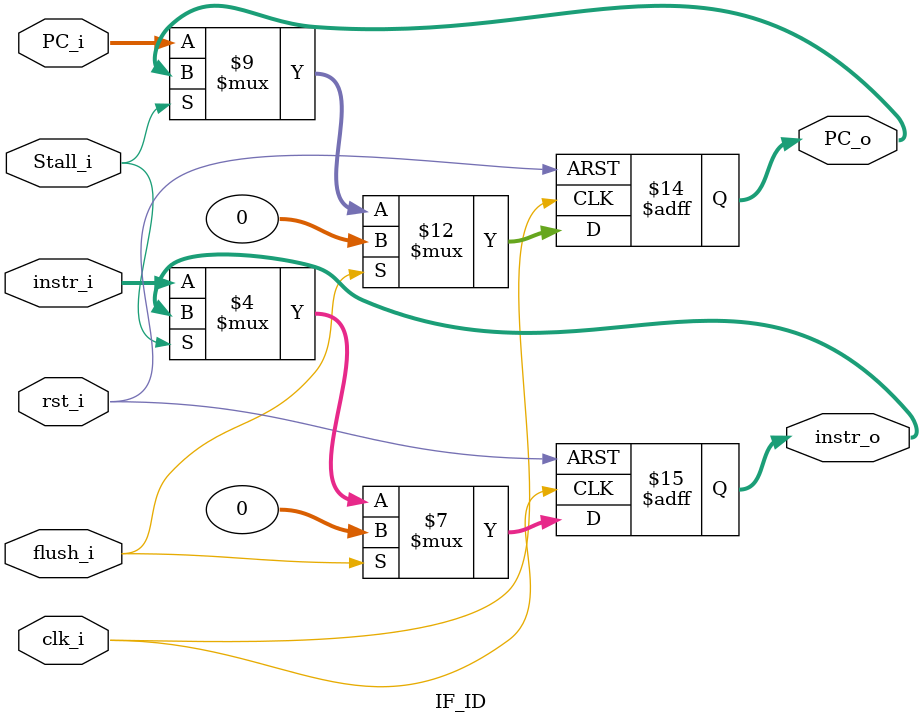
<source format=v>

module IF_ID(
    clk_i, 
    rst_i,
    Stall_i, 
    flush_i, 
    PC_i, 
    instr_i, 
    PC_o, 
    instr_o
);

input clk_i;
input rst_i;
input Stall_i;
input flush_i;
input [31:0] PC_i;
input [31:0] instr_i;

output [31:0] PC_o;
output [31:0] instr_o;

reg [31:0] PC_o;
reg [31:0] instr_o;

always@(posedge clk_i or negedge rst_i) begin
    if(~rst_i) begin
        PC_o <= 32'b0;
        instr_o <= 32'b0;
    end 
    else if(flush_i) begin
        PC_o <= 32'b0;
        instr_o <= 32'b0;
    end 
    else if(!Stall_i) begin
        PC_o <= PC_i;
        instr_o <= instr_i;
    end
end

endmodule


</source>
